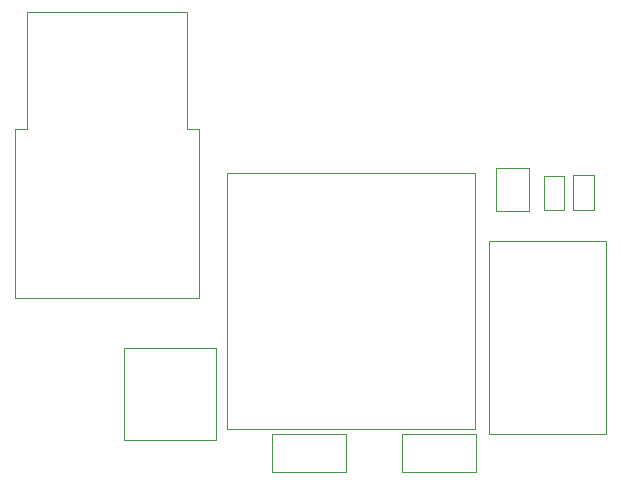
<source format=gbr>
%TF.GenerationSoftware,KiCad,Pcbnew,7.0.10*%
%TF.CreationDate,2024-11-01T14:14:09-04:00*%
%TF.ProjectId,pcb_v1,7063625f-7631-42e6-9b69-6361645f7063,rev?*%
%TF.SameCoordinates,Original*%
%TF.FileFunction,Other,User*%
%FSLAX46Y46*%
G04 Gerber Fmt 4.6, Leading zero omitted, Abs format (unit mm)*
G04 Created by KiCad (PCBNEW 7.0.10) date 2024-11-01 14:14:09*
%MOMM*%
%LPD*%
G01*
G04 APERTURE LIST*
%ADD10C,0.050000*%
%ADD11C,0.100000*%
G04 APERTURE END LIST*
D10*
%TO.C,R2*%
X137150000Y-126850000D02*
X130850000Y-126850000D01*
X137150000Y-123650000D02*
X137150000Y-126850000D01*
X130850000Y-126850000D02*
X130850000Y-123650000D01*
X130850000Y-123650000D02*
X137150000Y-123650000D01*
D11*
%TO.C,D1*%
X118362000Y-116362000D02*
X126138000Y-116362000D01*
X118362000Y-124138000D02*
X118362000Y-116362000D01*
X126138000Y-116362000D02*
X126138000Y-124138000D01*
X126138000Y-124138000D02*
X118362000Y-124138000D01*
D10*
%TO.C,R1*%
X141850000Y-126850000D02*
X141850000Y-123650000D01*
X148150000Y-126850000D02*
X141850000Y-126850000D01*
X148150000Y-123650000D02*
X148150000Y-126850000D01*
X141850000Y-123650000D02*
X148150000Y-123650000D01*
%TO.C,IC2*%
X109132500Y-97790000D02*
X110152500Y-97790000D01*
X109132500Y-112110000D02*
X109132500Y-97790000D01*
X110152500Y-87890000D02*
X123652500Y-87890000D01*
X110152500Y-97790000D02*
X110152500Y-87890000D01*
X123652500Y-87890000D02*
X123652500Y-97790000D01*
X123652500Y-97790000D02*
X124672500Y-97790000D01*
X124672500Y-97790000D02*
X124672500Y-112110000D01*
X124672500Y-112110000D02*
X109132500Y-112110000D01*
%TO.C,C1*%
X156360000Y-104650000D02*
X156360000Y-101710000D01*
X158140000Y-104650000D02*
X156360000Y-104650000D01*
X156360000Y-101710000D02*
X158140000Y-101710000D01*
X158140000Y-101710000D02*
X158140000Y-104650000D01*
D11*
%TO.C,IC1*%
X127080000Y-101500000D02*
X148080000Y-101500000D01*
X127080000Y-123200000D02*
X127080000Y-101500000D01*
X148080000Y-101500000D02*
X148080000Y-123200000D01*
X148080000Y-123200000D02*
X127080000Y-123200000D01*
D10*
%TO.C,C2*%
X153880000Y-104620000D02*
X153880000Y-101740000D01*
X155620000Y-104620000D02*
X153880000Y-104620000D01*
X153880000Y-101740000D02*
X155620000Y-101740000D01*
X155620000Y-101740000D02*
X155620000Y-104620000D01*
%TO.C,IC3*%
X152625000Y-101105000D02*
X152625000Y-104755000D01*
X149875000Y-101105000D02*
X152625000Y-101105000D01*
X152625000Y-104755000D02*
X149875000Y-104755000D01*
X149875000Y-104755000D02*
X149875000Y-101105000D01*
%TO.C,J1*%
X159180000Y-123600000D02*
X159180000Y-107310000D01*
X159180000Y-107310000D02*
X149280000Y-107310000D01*
X149280000Y-123600000D02*
X159180000Y-123600000D01*
X149280000Y-107310000D02*
X149280000Y-123600000D01*
%TD*%
M02*

</source>
